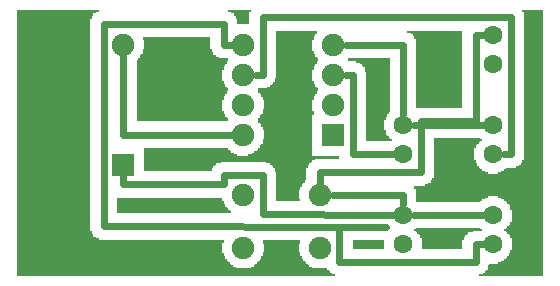
<source format=gtl>
G04 MADE WITH FRITZING*
G04 WWW.FRITZING.ORG*
G04 DOUBLE SIDED*
G04 HOLES PLATED*
G04 CONTOUR ON CENTER OF CONTOUR VECTOR*
%ASAXBY*%
%FSLAX23Y23*%
%MOIN*%
%OFA0B0*%
%SFA1.0B1.0*%
%ADD10C,0.075000*%
%ADD11C,0.062992*%
%ADD12R,0.075000X0.075000*%
%ADD13C,0.024000*%
%LNCOPPER1*%
G90*
G70*
G54D10*
X80Y809D03*
X1384Y749D03*
X473Y725D03*
X1454Y408D03*
X935Y743D03*
X1011Y96D03*
X755Y96D03*
X1011Y273D03*
X755Y273D03*
G54D11*
X1288Y108D03*
X1288Y206D03*
X1288Y408D03*
X1288Y506D03*
X1588Y108D03*
X1588Y206D03*
X1588Y408D03*
X1588Y506D03*
G54D10*
X1055Y473D03*
X755Y473D03*
X1055Y573D03*
X755Y573D03*
X1055Y673D03*
X755Y673D03*
X1055Y773D03*
X755Y773D03*
G54D11*
X1588Y708D03*
X1588Y806D03*
G54D10*
X355Y373D03*
X355Y773D03*
G54D12*
X1055Y473D03*
X355Y373D03*
G54D13*
X1052Y273D02*
X1288Y273D01*
D02*
X1288Y273D02*
X1288Y242D01*
D02*
X1324Y206D02*
X1551Y206D01*
D02*
X1324Y506D02*
X1346Y506D01*
D02*
X1346Y506D02*
X1346Y349D01*
D02*
X1346Y349D02*
X1011Y349D01*
D02*
X1011Y349D02*
X1011Y314D01*
D02*
X1346Y506D02*
X1551Y506D01*
D02*
X1551Y806D02*
X1529Y806D01*
D02*
X1529Y806D02*
X1529Y520D01*
D02*
X1529Y520D02*
X1346Y520D01*
D02*
X1346Y520D02*
X1346Y506D01*
D02*
X1346Y506D02*
X1346Y506D01*
D02*
X1251Y408D02*
X1119Y408D01*
D02*
X1119Y408D02*
X1119Y673D01*
D02*
X1119Y673D02*
X1096Y673D01*
D02*
X1096Y773D02*
X1288Y773D01*
D02*
X1288Y773D02*
X1288Y542D01*
D02*
X1251Y206D02*
X1229Y206D01*
D02*
X1229Y206D02*
X819Y209D01*
D02*
X819Y209D02*
X819Y338D01*
D02*
X819Y338D02*
X690Y338D01*
D02*
X690Y338D02*
X690Y309D01*
D02*
X690Y309D02*
X355Y309D01*
D02*
X355Y309D02*
X355Y332D01*
D02*
X355Y732D02*
X355Y473D01*
D02*
X355Y473D02*
X714Y473D01*
D02*
X796Y673D02*
X819Y673D01*
D02*
X819Y673D02*
X819Y865D01*
D02*
X819Y865D02*
X1646Y865D01*
D02*
X1646Y865D02*
X1646Y408D01*
D02*
X1646Y408D02*
X1624Y408D01*
D02*
X714Y773D02*
X690Y773D01*
D02*
X690Y773D02*
X690Y844D01*
D02*
X690Y844D02*
X290Y844D01*
D02*
X290Y844D02*
X290Y168D01*
D02*
X290Y168D02*
X1229Y166D01*
D02*
X1229Y166D02*
X1075Y166D01*
D02*
X1075Y166D02*
X1075Y49D01*
D02*
X1075Y49D02*
X1529Y49D01*
D02*
X1529Y49D02*
X1529Y108D01*
D02*
X1529Y108D02*
X1551Y108D01*
G36*
X0Y889D02*
X0Y29D01*
X730Y29D01*
X730Y34D01*
X720Y34D01*
X720Y39D01*
X715Y39D01*
X715Y44D01*
X710Y44D01*
X710Y49D01*
X705Y49D01*
X705Y54D01*
X700Y54D01*
X700Y59D01*
X695Y59D01*
X695Y69D01*
X690Y69D01*
X690Y79D01*
X685Y79D01*
X685Y114D01*
X690Y114D01*
X690Y124D01*
X275Y124D01*
X275Y129D01*
X265Y129D01*
X265Y134D01*
X255Y134D01*
X255Y144D01*
X250Y144D01*
X250Y154D01*
X245Y154D01*
X245Y859D01*
X250Y859D01*
X250Y869D01*
X255Y869D01*
X255Y879D01*
X265Y879D01*
X265Y884D01*
X275Y884D01*
X275Y889D01*
X0Y889D01*
G37*
D02*
G36*
X820Y124D02*
X820Y109D01*
X825Y109D01*
X825Y84D01*
X820Y84D01*
X820Y69D01*
X815Y69D01*
X815Y59D01*
X810Y59D01*
X810Y54D01*
X805Y54D01*
X805Y49D01*
X800Y49D01*
X800Y44D01*
X795Y44D01*
X795Y39D01*
X790Y39D01*
X790Y34D01*
X780Y34D01*
X780Y29D01*
X985Y29D01*
X985Y34D01*
X975Y34D01*
X975Y39D01*
X970Y39D01*
X970Y44D01*
X965Y44D01*
X965Y49D01*
X960Y49D01*
X960Y54D01*
X955Y54D01*
X955Y59D01*
X950Y59D01*
X950Y69D01*
X945Y69D01*
X945Y84D01*
X940Y84D01*
X940Y109D01*
X945Y109D01*
X945Y124D01*
X820Y124D01*
G37*
D02*
G36*
X0Y29D02*
X0Y24D01*
X1035Y24D01*
X1035Y29D01*
X0Y29D01*
G37*
D02*
G36*
X0Y29D02*
X0Y24D01*
X1035Y24D01*
X1035Y29D01*
X0Y29D01*
G37*
D02*
G36*
X0Y24D02*
X0Y4D01*
X1060Y4D01*
X1060Y9D01*
X1050Y9D01*
X1050Y14D01*
X1045Y14D01*
X1045Y19D01*
X1040Y19D01*
X1040Y24D01*
X0Y24D01*
G37*
D02*
G36*
X705Y889D02*
X705Y884D01*
X715Y884D01*
X715Y879D01*
X725Y879D01*
X725Y869D01*
X730Y869D01*
X730Y859D01*
X735Y859D01*
X735Y844D01*
X775Y844D01*
X775Y884D01*
X780Y884D01*
X780Y889D01*
X705Y889D01*
G37*
D02*
G36*
X1300Y819D02*
X1300Y814D01*
X1315Y814D01*
X1315Y809D01*
X1320Y809D01*
X1320Y804D01*
X1325Y804D01*
X1325Y794D01*
X1330Y794D01*
X1330Y564D01*
X1485Y564D01*
X1485Y819D01*
X1300Y819D01*
G37*
D02*
G36*
X420Y799D02*
X420Y789D01*
X425Y789D01*
X425Y759D01*
X420Y759D01*
X420Y744D01*
X415Y744D01*
X415Y739D01*
X410Y739D01*
X410Y729D01*
X405Y729D01*
X405Y724D01*
X400Y724D01*
X400Y519D01*
X705Y519D01*
X705Y529D01*
X700Y529D01*
X700Y534D01*
X695Y534D01*
X695Y544D01*
X690Y544D01*
X690Y554D01*
X685Y554D01*
X685Y589D01*
X690Y589D01*
X690Y604D01*
X695Y604D01*
X695Y609D01*
X700Y609D01*
X700Y619D01*
X705Y619D01*
X705Y629D01*
X700Y629D01*
X700Y634D01*
X695Y634D01*
X695Y644D01*
X690Y644D01*
X690Y654D01*
X685Y654D01*
X685Y689D01*
X690Y689D01*
X690Y704D01*
X695Y704D01*
X695Y709D01*
X700Y709D01*
X700Y719D01*
X705Y719D01*
X705Y729D01*
X675Y729D01*
X675Y734D01*
X665Y734D01*
X665Y739D01*
X655Y739D01*
X655Y749D01*
X650Y749D01*
X650Y759D01*
X645Y759D01*
X645Y799D01*
X420Y799D01*
G37*
D02*
G36*
X1105Y729D02*
X1105Y719D01*
X1130Y719D01*
X1130Y714D01*
X1145Y714D01*
X1145Y709D01*
X1150Y709D01*
X1150Y704D01*
X1155Y704D01*
X1155Y699D01*
X1160Y699D01*
X1160Y684D01*
X1165Y684D01*
X1165Y454D01*
X1250Y454D01*
X1250Y459D01*
X1245Y459D01*
X1245Y464D01*
X1240Y464D01*
X1240Y469D01*
X1235Y469D01*
X1235Y474D01*
X1230Y474D01*
X1230Y489D01*
X1225Y489D01*
X1225Y524D01*
X1230Y524D01*
X1230Y534D01*
X1235Y534D01*
X1235Y544D01*
X1240Y544D01*
X1240Y549D01*
X1245Y549D01*
X1245Y729D01*
X1105Y729D01*
G37*
D02*
G36*
X1685Y889D02*
X1685Y884D01*
X1690Y884D01*
X1690Y389D01*
X1685Y389D01*
X1685Y379D01*
X1680Y379D01*
X1680Y374D01*
X1675Y374D01*
X1675Y369D01*
X1665Y369D01*
X1665Y364D01*
X1630Y364D01*
X1630Y359D01*
X1625Y359D01*
X1625Y354D01*
X1615Y354D01*
X1615Y349D01*
X1605Y349D01*
X1605Y344D01*
X1755Y344D01*
X1755Y889D01*
X1685Y889D01*
G37*
D02*
G36*
X1390Y464D02*
X1390Y344D01*
X1570Y344D01*
X1570Y349D01*
X1560Y349D01*
X1560Y354D01*
X1550Y354D01*
X1550Y359D01*
X1545Y359D01*
X1545Y364D01*
X1540Y364D01*
X1540Y369D01*
X1535Y369D01*
X1535Y379D01*
X1530Y379D01*
X1530Y389D01*
X1525Y389D01*
X1525Y429D01*
X1530Y429D01*
X1530Y439D01*
X1535Y439D01*
X1535Y444D01*
X1540Y444D01*
X1540Y449D01*
X1545Y449D01*
X1545Y454D01*
X1550Y454D01*
X1550Y459D01*
X1545Y459D01*
X1545Y464D01*
X1390Y464D01*
G37*
D02*
G36*
X1390Y344D02*
X1390Y339D01*
X1755Y339D01*
X1755Y344D01*
X1390Y344D01*
G37*
D02*
G36*
X1390Y344D02*
X1390Y339D01*
X1755Y339D01*
X1755Y344D01*
X1390Y344D01*
G37*
D02*
G36*
X1390Y339D02*
X1390Y329D01*
X1385Y329D01*
X1385Y324D01*
X1380Y324D01*
X1380Y314D01*
X1370Y314D01*
X1370Y309D01*
X1360Y309D01*
X1360Y304D01*
X1325Y304D01*
X1325Y294D01*
X1330Y294D01*
X1330Y269D01*
X1605Y269D01*
X1605Y264D01*
X1615Y264D01*
X1615Y259D01*
X1625Y259D01*
X1625Y254D01*
X1630Y254D01*
X1630Y249D01*
X1635Y249D01*
X1635Y244D01*
X1640Y244D01*
X1640Y239D01*
X1645Y239D01*
X1645Y224D01*
X1650Y224D01*
X1650Y184D01*
X1645Y184D01*
X1645Y174D01*
X1640Y174D01*
X1640Y169D01*
X1635Y169D01*
X1635Y164D01*
X1630Y164D01*
X1630Y159D01*
X1625Y159D01*
X1625Y154D01*
X1630Y154D01*
X1630Y149D01*
X1635Y149D01*
X1635Y144D01*
X1640Y144D01*
X1640Y139D01*
X1645Y139D01*
X1645Y129D01*
X1650Y129D01*
X1650Y89D01*
X1645Y89D01*
X1645Y79D01*
X1640Y79D01*
X1640Y69D01*
X1635Y69D01*
X1635Y64D01*
X1630Y64D01*
X1630Y59D01*
X1625Y59D01*
X1625Y54D01*
X1615Y54D01*
X1615Y49D01*
X1605Y49D01*
X1605Y44D01*
X1575Y44D01*
X1575Y39D01*
X1570Y39D01*
X1570Y24D01*
X1565Y24D01*
X1565Y19D01*
X1560Y19D01*
X1560Y14D01*
X1555Y14D01*
X1555Y9D01*
X1540Y9D01*
X1540Y4D01*
X1755Y4D01*
X1755Y339D01*
X1390Y339D01*
G37*
D02*
G36*
X1330Y269D02*
X1330Y249D01*
X1545Y249D01*
X1545Y254D01*
X1550Y254D01*
X1550Y259D01*
X1560Y259D01*
X1560Y264D01*
X1570Y264D01*
X1570Y269D01*
X1330Y269D01*
G37*
D02*
G36*
X865Y819D02*
X865Y664D01*
X860Y664D01*
X860Y649D01*
X855Y649D01*
X855Y644D01*
X850Y644D01*
X850Y639D01*
X845Y639D01*
X845Y634D01*
X835Y634D01*
X835Y629D01*
X805Y629D01*
X805Y614D01*
X810Y614D01*
X810Y609D01*
X815Y609D01*
X815Y599D01*
X820Y599D01*
X820Y589D01*
X825Y589D01*
X825Y559D01*
X820Y559D01*
X820Y544D01*
X815Y544D01*
X815Y539D01*
X810Y539D01*
X810Y529D01*
X805Y529D01*
X805Y514D01*
X810Y514D01*
X810Y509D01*
X815Y509D01*
X815Y499D01*
X820Y499D01*
X820Y489D01*
X825Y489D01*
X825Y459D01*
X820Y459D01*
X820Y444D01*
X815Y444D01*
X815Y439D01*
X810Y439D01*
X810Y429D01*
X805Y429D01*
X805Y424D01*
X800Y424D01*
X800Y419D01*
X790Y419D01*
X790Y414D01*
X785Y414D01*
X785Y409D01*
X770Y409D01*
X770Y404D01*
X985Y404D01*
X985Y539D01*
X990Y539D01*
X990Y554D01*
X985Y554D01*
X985Y589D01*
X990Y589D01*
X990Y604D01*
X995Y604D01*
X995Y609D01*
X1000Y609D01*
X1000Y619D01*
X1005Y619D01*
X1005Y629D01*
X1000Y629D01*
X1000Y634D01*
X995Y634D01*
X995Y644D01*
X990Y644D01*
X990Y654D01*
X985Y654D01*
X985Y689D01*
X990Y689D01*
X990Y704D01*
X995Y704D01*
X995Y709D01*
X1000Y709D01*
X1000Y719D01*
X1005Y719D01*
X1005Y729D01*
X1000Y729D01*
X1000Y734D01*
X995Y734D01*
X995Y744D01*
X990Y744D01*
X990Y754D01*
X985Y754D01*
X985Y789D01*
X990Y789D01*
X990Y804D01*
X995Y804D01*
X995Y809D01*
X1000Y809D01*
X1000Y819D01*
X865Y819D01*
G37*
D02*
G36*
X425Y429D02*
X425Y404D01*
X735Y404D01*
X735Y409D01*
X725Y409D01*
X725Y414D01*
X715Y414D01*
X715Y419D01*
X710Y419D01*
X710Y424D01*
X705Y424D01*
X705Y429D01*
X425Y429D01*
G37*
D02*
G36*
X425Y404D02*
X425Y399D01*
X1075Y399D01*
X1075Y404D01*
X425Y404D01*
G37*
D02*
G36*
X425Y404D02*
X425Y399D01*
X1075Y399D01*
X1075Y404D01*
X425Y404D01*
G37*
D02*
G36*
X425Y399D02*
X425Y384D01*
X830Y384D01*
X830Y379D01*
X845Y379D01*
X845Y374D01*
X850Y374D01*
X850Y369D01*
X855Y369D01*
X855Y364D01*
X860Y364D01*
X860Y349D01*
X865Y349D01*
X865Y254D01*
X945Y254D01*
X945Y259D01*
X940Y259D01*
X940Y289D01*
X945Y289D01*
X945Y299D01*
X950Y299D01*
X950Y309D01*
X955Y309D01*
X955Y314D01*
X960Y314D01*
X960Y324D01*
X965Y324D01*
X965Y364D01*
X970Y364D01*
X970Y374D01*
X975Y374D01*
X975Y379D01*
X980Y379D01*
X980Y384D01*
X985Y384D01*
X985Y389D01*
X995Y389D01*
X995Y394D01*
X1075Y394D01*
X1075Y399D01*
X425Y399D01*
G37*
D02*
G36*
X425Y384D02*
X425Y354D01*
X650Y354D01*
X650Y364D01*
X655Y364D01*
X655Y369D01*
X660Y369D01*
X660Y374D01*
X665Y374D01*
X665Y379D01*
X680Y379D01*
X680Y384D01*
X425Y384D01*
G37*
D02*
G36*
X335Y264D02*
X335Y214D01*
X715Y214D01*
X715Y219D01*
X710Y219D01*
X710Y224D01*
X705Y224D01*
X705Y229D01*
X700Y229D01*
X700Y234D01*
X695Y234D01*
X695Y244D01*
X690Y244D01*
X690Y254D01*
X685Y254D01*
X685Y264D01*
X335Y264D01*
G37*
D02*
G36*
X1330Y164D02*
X1330Y159D01*
X1325Y159D01*
X1325Y154D01*
X1330Y154D01*
X1330Y149D01*
X1335Y149D01*
X1335Y144D01*
X1340Y144D01*
X1340Y139D01*
X1345Y139D01*
X1345Y129D01*
X1350Y129D01*
X1350Y94D01*
X1485Y94D01*
X1485Y124D01*
X1490Y124D01*
X1490Y134D01*
X1495Y134D01*
X1495Y139D01*
X1500Y139D01*
X1500Y144D01*
X1505Y144D01*
X1505Y149D01*
X1520Y149D01*
X1520Y154D01*
X1550Y154D01*
X1550Y159D01*
X1545Y159D01*
X1545Y164D01*
X1330Y164D01*
G37*
D02*
G36*
X1120Y124D02*
X1120Y94D01*
X1225Y94D01*
X1225Y124D01*
X1120Y124D01*
G37*
D02*
G04 End of Copper1*
M02*
</source>
